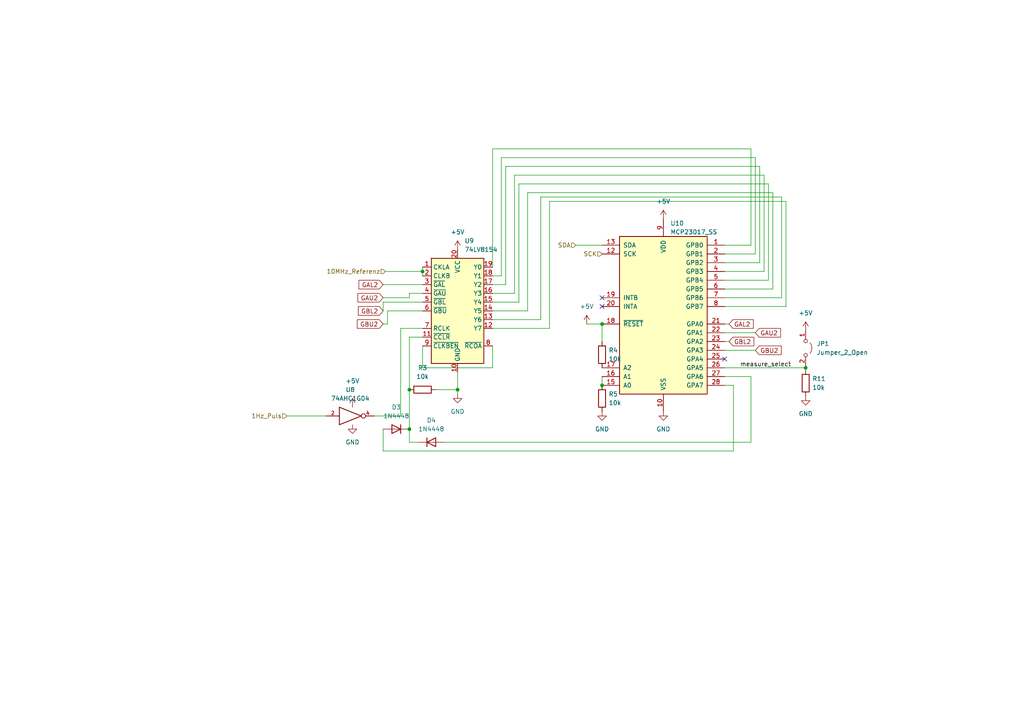
<source format=kicad_sch>
(kicad_sch (version 20211123) (generator eeschema)

  (uuid 710b7390-0cdb-4928-af8d-6ddff45d1711)

  (paper "A4")

  (lib_symbols
    (symbol "74xGxx:74AHC1G04" (pin_names (offset 1.016)) (in_bom yes) (on_board yes)
      (property "Reference" "U" (id 0) (at -2.54 3.81 0)
        (effects (font (size 1.27 1.27)))
      )
      (property "Value" "74AHC1G04" (id 1) (at 0 -3.81 0)
        (effects (font (size 1.27 1.27)))
      )
      (property "Footprint" "" (id 2) (at 0 0 0)
        (effects (font (size 1.27 1.27)) hide)
      )
      (property "Datasheet" "http://www.ti.com/lit/sg/scyt129e/scyt129e.pdf" (id 3) (at 0 0 0)
        (effects (font (size 1.27 1.27)) hide)
      )
      (property "ki_keywords" "Single Gate NOT LVC CMOS" (id 4) (at 0 0 0)
        (effects (font (size 1.27 1.27)) hide)
      )
      (property "ki_description" "Single NOT Gate, Low-Voltage CMOS" (id 5) (at 0 0 0)
        (effects (font (size 1.27 1.27)) hide)
      )
      (property "ki_fp_filters" "SOT* SG-*" (id 6) (at 0 0 0)
        (effects (font (size 1.27 1.27)) hide)
      )
      (symbol "74AHC1G04_0_1"
        (polyline
          (pts
            (xy -3.81 2.54)
            (xy -3.81 -2.54)
            (xy 2.54 0)
            (xy -3.81 2.54)
          )
          (stroke (width 0.254) (type default) (color 0 0 0 0))
          (fill (type none))
        )
      )
      (symbol "74AHC1G04_1_1"
        (pin input line (at -7.62 0 0) (length 3.81)
          (name "~" (effects (font (size 1.016 1.016))))
          (number "2" (effects (font (size 1.016 1.016))))
        )
        (pin power_in line (at 0 -2.54 270) (length 0) hide
          (name "GND" (effects (font (size 1.016 1.016))))
          (number "3" (effects (font (size 1.016 1.016))))
        )
        (pin output inverted (at 6.35 0 180) (length 3.81)
          (name "~" (effects (font (size 1.016 1.016))))
          (number "4" (effects (font (size 1.016 1.016))))
        )
        (pin power_in line (at 0 2.54 90) (length 0) hide
          (name "VCC" (effects (font (size 1.016 1.016))))
          (number "5" (effects (font (size 1.016 1.016))))
        )
      )
    )
    (symbol "74xx:74LV8154" (in_bom yes) (on_board yes)
      (property "Reference" "U" (id 0) (at -6.35 16.51 0)
        (effects (font (size 1.27 1.27)))
      )
      (property "Value" "74LV8154" (id 1) (at 6.35 16.51 0)
        (effects (font (size 1.27 1.27)))
      )
      (property "Footprint" "" (id 2) (at -6.35 16.51 0)
        (effects (font (size 1.27 1.27)) hide)
      )
      (property "Datasheet" "http://www.ti.com/lit/ds/symlink/sn74lv8154.pdf" (id 3) (at -6.35 16.51 0)
        (effects (font (size 1.27 1.27)) hide)
      )
      (property "ki_keywords" "counter binary" (id 4) (at 0 0 0)
        (effects (font (size 1.27 1.27)) hide)
      )
      (property "ki_description" "Dual 16-bit binary counter" (id 5) (at 0 0 0)
        (effects (font (size 1.27 1.27)) hide)
      )
      (property "ki_fp_filters" "TSSOP*4.4x6.5mm*P0.65mm* DIP*W7.62mm*" (id 6) (at 0 0 0)
        (effects (font (size 1.27 1.27)) hide)
      )
      (symbol "74LV8154_0_1"
        (rectangle (start -7.62 15.24) (end 7.62 -15.24)
          (stroke (width 0.254) (type default) (color 0 0 0 0))
          (fill (type background))
        )
      )
      (symbol "74LV8154_1_1"
        (pin input line (at -10.16 12.7 0) (length 2.54)
          (name "CKLA" (effects (font (size 1.27 1.27))))
          (number "1" (effects (font (size 1.27 1.27))))
        )
        (pin power_in line (at 0 -17.78 90) (length 2.54)
          (name "GND" (effects (font (size 1.27 1.27))))
          (number "10" (effects (font (size 1.27 1.27))))
        )
        (pin input line (at -10.16 -7.62 0) (length 2.54)
          (name "~{CCLR}" (effects (font (size 1.27 1.27))))
          (number "11" (effects (font (size 1.27 1.27))))
        )
        (pin output line (at 10.16 -5.08 180) (length 2.54)
          (name "Y7" (effects (font (size 1.27 1.27))))
          (number "12" (effects (font (size 1.27 1.27))))
        )
        (pin output line (at 10.16 -2.54 180) (length 2.54)
          (name "Y6" (effects (font (size 1.27 1.27))))
          (number "13" (effects (font (size 1.27 1.27))))
        )
        (pin output line (at 10.16 0 180) (length 2.54)
          (name "Y5" (effects (font (size 1.27 1.27))))
          (number "14" (effects (font (size 1.27 1.27))))
        )
        (pin output line (at 10.16 2.54 180) (length 2.54)
          (name "Y4" (effects (font (size 1.27 1.27))))
          (number "15" (effects (font (size 1.27 1.27))))
        )
        (pin output line (at 10.16 5.08 180) (length 2.54)
          (name "Y3" (effects (font (size 1.27 1.27))))
          (number "16" (effects (font (size 1.27 1.27))))
        )
        (pin output line (at 10.16 7.62 180) (length 2.54)
          (name "Y2" (effects (font (size 1.27 1.27))))
          (number "17" (effects (font (size 1.27 1.27))))
        )
        (pin output line (at 10.16 10.16 180) (length 2.54)
          (name "Y1" (effects (font (size 1.27 1.27))))
          (number "18" (effects (font (size 1.27 1.27))))
        )
        (pin output line (at 10.16 12.7 180) (length 2.54)
          (name "Y0" (effects (font (size 1.27 1.27))))
          (number "19" (effects (font (size 1.27 1.27))))
        )
        (pin input line (at -10.16 10.16 0) (length 2.54)
          (name "CLKB" (effects (font (size 1.27 1.27))))
          (number "2" (effects (font (size 1.27 1.27))))
        )
        (pin power_in line (at 0 17.78 270) (length 2.54)
          (name "VCC" (effects (font (size 1.27 1.27))))
          (number "20" (effects (font (size 1.27 1.27))))
        )
        (pin input line (at -10.16 7.62 0) (length 2.54)
          (name "~{GAL}" (effects (font (size 1.27 1.27))))
          (number "3" (effects (font (size 1.27 1.27))))
        )
        (pin input line (at -10.16 5.08 0) (length 2.54)
          (name "~{GAU}" (effects (font (size 1.27 1.27))))
          (number "4" (effects (font (size 1.27 1.27))))
        )
        (pin input line (at -10.16 2.54 0) (length 2.54)
          (name "~{GBL}" (effects (font (size 1.27 1.27))))
          (number "5" (effects (font (size 1.27 1.27))))
        )
        (pin input line (at -10.16 0 0) (length 2.54)
          (name "~{GBU}" (effects (font (size 1.27 1.27))))
          (number "6" (effects (font (size 1.27 1.27))))
        )
        (pin input line (at -10.16 -5.08 0) (length 2.54)
          (name "RCLK" (effects (font (size 1.27 1.27))))
          (number "7" (effects (font (size 1.27 1.27))))
        )
        (pin output line (at 10.16 -10.16 180) (length 2.54)
          (name "~{RCOA}" (effects (font (size 1.27 1.27))))
          (number "8" (effects (font (size 1.27 1.27))))
        )
        (pin input line (at -10.16 -10.16 0) (length 2.54)
          (name "~{CLKBEN}" (effects (font (size 1.27 1.27))))
          (number "9" (effects (font (size 1.27 1.27))))
        )
      )
    )
    (symbol "Device:R" (pin_numbers hide) (pin_names (offset 0)) (in_bom yes) (on_board yes)
      (property "Reference" "R" (id 0) (at 2.032 0 90)
        (effects (font (size 1.27 1.27)))
      )
      (property "Value" "R" (id 1) (at 0 0 90)
        (effects (font (size 1.27 1.27)))
      )
      (property "Footprint" "" (id 2) (at -1.778 0 90)
        (effects (font (size 1.27 1.27)) hide)
      )
      (property "Datasheet" "~" (id 3) (at 0 0 0)
        (effects (font (size 1.27 1.27)) hide)
      )
      (property "ki_keywords" "R res resistor" (id 4) (at 0 0 0)
        (effects (font (size 1.27 1.27)) hide)
      )
      (property "ki_description" "Resistor" (id 5) (at 0 0 0)
        (effects (font (size 1.27 1.27)) hide)
      )
      (property "ki_fp_filters" "R_*" (id 6) (at 0 0 0)
        (effects (font (size 1.27 1.27)) hide)
      )
      (symbol "R_0_1"
        (rectangle (start -1.016 -2.54) (end 1.016 2.54)
          (stroke (width 0.254) (type default) (color 0 0 0 0))
          (fill (type none))
        )
      )
      (symbol "R_1_1"
        (pin passive line (at 0 3.81 270) (length 1.27)
          (name "~" (effects (font (size 1.27 1.27))))
          (number "1" (effects (font (size 1.27 1.27))))
        )
        (pin passive line (at 0 -3.81 90) (length 1.27)
          (name "~" (effects (font (size 1.27 1.27))))
          (number "2" (effects (font (size 1.27 1.27))))
        )
      )
    )
    (symbol "Diode:1N4448" (pin_numbers hide) (pin_names (offset 1.016) hide) (in_bom yes) (on_board yes)
      (property "Reference" "D" (id 0) (at 0 2.54 0)
        (effects (font (size 1.27 1.27)))
      )
      (property "Value" "1N4448" (id 1) (at 0 -2.54 0)
        (effects (font (size 1.27 1.27)))
      )
      (property "Footprint" "Diode_THT:D_DO-35_SOD27_P7.62mm_Horizontal" (id 2) (at 0 -4.445 0)
        (effects (font (size 1.27 1.27)) hide)
      )
      (property "Datasheet" "https://assets.nexperia.com/documents/data-sheet/1N4148_1N4448.pdf" (id 3) (at 0 0 0)
        (effects (font (size 1.27 1.27)) hide)
      )
      (property "ki_keywords" "diode" (id 4) (at 0 0 0)
        (effects (font (size 1.27 1.27)) hide)
      )
      (property "ki_description" "100V 0.15A High-speed standard diode, DO-35" (id 5) (at 0 0 0)
        (effects (font (size 1.27 1.27)) hide)
      )
      (property "ki_fp_filters" "D*DO?35*" (id 6) (at 0 0 0)
        (effects (font (size 1.27 1.27)) hide)
      )
      (symbol "1N4448_0_1"
        (polyline
          (pts
            (xy -1.27 1.27)
            (xy -1.27 -1.27)
          )
          (stroke (width 0.254) (type default) (color 0 0 0 0))
          (fill (type none))
        )
        (polyline
          (pts
            (xy 1.27 0)
            (xy -1.27 0)
          )
          (stroke (width 0) (type default) (color 0 0 0 0))
          (fill (type none))
        )
        (polyline
          (pts
            (xy 1.27 1.27)
            (xy 1.27 -1.27)
            (xy -1.27 0)
            (xy 1.27 1.27)
          )
          (stroke (width 0.254) (type default) (color 0 0 0 0))
          (fill (type none))
        )
      )
      (symbol "1N4448_1_1"
        (pin passive line (at -3.81 0 0) (length 2.54)
          (name "K" (effects (font (size 1.27 1.27))))
          (number "1" (effects (font (size 1.27 1.27))))
        )
        (pin passive line (at 3.81 0 180) (length 2.54)
          (name "A" (effects (font (size 1.27 1.27))))
          (number "2" (effects (font (size 1.27 1.27))))
        )
      )
    )
    (symbol "Interface_Expansion:MCP23017_SS" (pin_names (offset 1.016)) (in_bom yes) (on_board yes)
      (property "Reference" "U" (id 0) (at -11.43 24.13 0)
        (effects (font (size 1.27 1.27)))
      )
      (property "Value" "MCP23017_SS" (id 1) (at 0 0 0)
        (effects (font (size 1.27 1.27)))
      )
      (property "Footprint" "Package_SO:SSOP-28_5.3x10.2mm_P0.65mm" (id 2) (at 5.08 -25.4 0)
        (effects (font (size 1.27 1.27)) (justify left) hide)
      )
      (property "Datasheet" "http://ww1.microchip.com/downloads/en/DeviceDoc/20001952C.pdf" (id 3) (at 5.08 -27.94 0)
        (effects (font (size 1.27 1.27)) (justify left) hide)
      )
      (property "ki_keywords" "I2C parallel port expander" (id 4) (at 0 0 0)
        (effects (font (size 1.27 1.27)) hide)
      )
      (property "ki_description" "16-bit I/O expander, I2C, interrupts, w pull-ups, SSOP-28" (id 5) (at 0 0 0)
        (effects (font (size 1.27 1.27)) hide)
      )
      (property "ki_fp_filters" "SSOP*5.3x10.2mm*P0.65mm*" (id 6) (at 0 0 0)
        (effects (font (size 1.27 1.27)) hide)
      )
      (symbol "MCP23017_SS_0_1"
        (rectangle (start -12.7 22.86) (end 12.7 -22.86)
          (stroke (width 0.254) (type default) (color 0 0 0 0))
          (fill (type background))
        )
      )
      (symbol "MCP23017_SS_1_1"
        (pin bidirectional line (at 17.78 20.32 180) (length 5.08)
          (name "GPB0" (effects (font (size 1.27 1.27))))
          (number "1" (effects (font (size 1.27 1.27))))
        )
        (pin power_in line (at 0 -27.94 90) (length 5.08)
          (name "VSS" (effects (font (size 1.27 1.27))))
          (number "10" (effects (font (size 1.27 1.27))))
        )
        (pin no_connect line (at -12.7 15.24 0) (length 5.08) hide
          (name "NC" (effects (font (size 1.27 1.27))))
          (number "11" (effects (font (size 1.27 1.27))))
        )
        (pin input line (at -17.78 17.78 0) (length 5.08)
          (name "SCK" (effects (font (size 1.27 1.27))))
          (number "12" (effects (font (size 1.27 1.27))))
        )
        (pin bidirectional line (at -17.78 20.32 0) (length 5.08)
          (name "SDA" (effects (font (size 1.27 1.27))))
          (number "13" (effects (font (size 1.27 1.27))))
        )
        (pin no_connect line (at -12.7 12.7 0) (length 5.08) hide
          (name "NC" (effects (font (size 1.27 1.27))))
          (number "14" (effects (font (size 1.27 1.27))))
        )
        (pin input line (at -17.78 -20.32 0) (length 5.08)
          (name "A0" (effects (font (size 1.27 1.27))))
          (number "15" (effects (font (size 1.27 1.27))))
        )
        (pin input line (at -17.78 -17.78 0) (length 5.08)
          (name "A1" (effects (font (size 1.27 1.27))))
          (number "16" (effects (font (size 1.27 1.27))))
        )
        (pin input line (at -17.78 -15.24 0) (length 5.08)
          (name "A2" (effects (font (size 1.27 1.27))))
          (number "17" (effects (font (size 1.27 1.27))))
        )
        (pin input line (at -17.78 -2.54 0) (length 5.08)
          (name "~{RESET}" (effects (font (size 1.27 1.27))))
          (number "18" (effects (font (size 1.27 1.27))))
        )
        (pin tri_state line (at -17.78 5.08 0) (length 5.08)
          (name "INTB" (effects (font (size 1.27 1.27))))
          (number "19" (effects (font (size 1.27 1.27))))
        )
        (pin bidirectional line (at 17.78 17.78 180) (length 5.08)
          (name "GPB1" (effects (font (size 1.27 1.27))))
          (number "2" (effects (font (size 1.27 1.27))))
        )
        (pin tri_state line (at -17.78 2.54 0) (length 5.08)
          (name "INTA" (effects (font (size 1.27 1.27))))
          (number "20" (effects (font (size 1.27 1.27))))
        )
        (pin bidirectional line (at 17.78 -2.54 180) (length 5.08)
          (name "GPA0" (effects (font (size 1.27 1.27))))
          (number "21" (effects (font (size 1.27 1.27))))
        )
        (pin bidirectional line (at 17.78 -5.08 180) (length 5.08)
          (name "GPA1" (effects (font (size 1.27 1.27))))
          (number "22" (effects (font (size 1.27 1.27))))
        )
        (pin bidirectional line (at 17.78 -7.62 180) (length 5.08)
          (name "GPA2" (effects (font (size 1.27 1.27))))
          (number "23" (effects (font (size 1.27 1.27))))
        )
        (pin bidirectional line (at 17.78 -10.16 180) (length 5.08)
          (name "GPA3" (effects (font (size 1.27 1.27))))
          (number "24" (effects (font (size 1.27 1.27))))
        )
        (pin bidirectional line (at 17.78 -12.7 180) (length 5.08)
          (name "GPA4" (effects (font (size 1.27 1.27))))
          (number "25" (effects (font (size 1.27 1.27))))
        )
        (pin bidirectional line (at 17.78 -15.24 180) (length 5.08)
          (name "GPA5" (effects (font (size 1.27 1.27))))
          (number "26" (effects (font (size 1.27 1.27))))
        )
        (pin bidirectional line (at 17.78 -17.78 180) (length 5.08)
          (name "GPA6" (effects (font (size 1.27 1.27))))
          (number "27" (effects (font (size 1.27 1.27))))
        )
        (pin bidirectional line (at 17.78 -20.32 180) (length 5.08)
          (name "GPA7" (effects (font (size 1.27 1.27))))
          (number "28" (effects (font (size 1.27 1.27))))
        )
        (pin bidirectional line (at 17.78 15.24 180) (length 5.08)
          (name "GPB2" (effects (font (size 1.27 1.27))))
          (number "3" (effects (font (size 1.27 1.27))))
        )
        (pin bidirectional line (at 17.78 12.7 180) (length 5.08)
          (name "GPB3" (effects (font (size 1.27 1.27))))
          (number "4" (effects (font (size 1.27 1.27))))
        )
        (pin bidirectional line (at 17.78 10.16 180) (length 5.08)
          (name "GPB4" (effects (font (size 1.27 1.27))))
          (number "5" (effects (font (size 1.27 1.27))))
        )
        (pin bidirectional line (at 17.78 7.62 180) (length 5.08)
          (name "GPB5" (effects (font (size 1.27 1.27))))
          (number "6" (effects (font (size 1.27 1.27))))
        )
        (pin bidirectional line (at 17.78 5.08 180) (length 5.08)
          (name "GPB6" (effects (font (size 1.27 1.27))))
          (number "7" (effects (font (size 1.27 1.27))))
        )
        (pin bidirectional line (at 17.78 2.54 180) (length 5.08)
          (name "GPB7" (effects (font (size 1.27 1.27))))
          (number "8" (effects (font (size 1.27 1.27))))
        )
        (pin power_in line (at 0 27.94 270) (length 5.08)
          (name "VDD" (effects (font (size 1.27 1.27))))
          (number "9" (effects (font (size 1.27 1.27))))
        )
      )
    )
    (symbol "Jumper:Jumper_2_Open" (pin_names (offset 0) hide) (in_bom yes) (on_board yes)
      (property "Reference" "JP" (id 0) (at 0 2.794 0)
        (effects (font (size 1.27 1.27)))
      )
      (property "Value" "Jumper_2_Open" (id 1) (at 0 -2.286 0)
        (effects (font (size 1.27 1.27)))
      )
      (property "Footprint" "" (id 2) (at 0 0 0)
        (effects (font (size 1.27 1.27)) hide)
      )
      (property "Datasheet" "~" (id 3) (at 0 0 0)
        (effects (font (size 1.27 1.27)) hide)
      )
      (property "ki_keywords" "Jumper SPST" (id 4) (at 0 0 0)
        (effects (font (size 1.27 1.27)) hide)
      )
      (property "ki_description" "Jumper, 2-pole, open" (id 5) (at 0 0 0)
        (effects (font (size 1.27 1.27)) hide)
      )
      (property "ki_fp_filters" "Jumper* TestPoint*2Pads* TestPoint*Bridge*" (id 6) (at 0 0 0)
        (effects (font (size 1.27 1.27)) hide)
      )
      (symbol "Jumper_2_Open_0_0"
        (circle (center -2.032 0) (radius 0.508)
          (stroke (width 0) (type default) (color 0 0 0 0))
          (fill (type none))
        )
        (circle (center 2.032 0) (radius 0.508)
          (stroke (width 0) (type default) (color 0 0 0 0))
          (fill (type none))
        )
      )
      (symbol "Jumper_2_Open_0_1"
        (arc (start 1.524 1.27) (mid 0 1.778) (end -1.524 1.27)
          (stroke (width 0) (type default) (color 0 0 0 0))
          (fill (type none))
        )
      )
      (symbol "Jumper_2_Open_1_1"
        (pin passive line (at -5.08 0 0) (length 2.54)
          (name "A" (effects (font (size 1.27 1.27))))
          (number "1" (effects (font (size 1.27 1.27))))
        )
        (pin passive line (at 5.08 0 180) (length 2.54)
          (name "B" (effects (font (size 1.27 1.27))))
          (number "2" (effects (font (size 1.27 1.27))))
        )
      )
    )
    (symbol "power:+5V" (power) (pin_names (offset 0)) (in_bom yes) (on_board yes)
      (property "Reference" "#PWR" (id 0) (at 0 -3.81 0)
        (effects (font (size 1.27 1.27)) hide)
      )
      (property "Value" "+5V" (id 1) (at 0 3.556 0)
        (effects (font (size 1.27 1.27)))
      )
      (property "Footprint" "" (id 2) (at 0 0 0)
        (effects (font (size 1.27 1.27)) hide)
      )
      (property "Datasheet" "" (id 3) (at 0 0 0)
        (effects (font (size 1.27 1.27)) hide)
      )
      (property "ki_keywords" "power-flag" (id 4) (at 0 0 0)
        (effects (font (size 1.27 1.27)) hide)
      )
      (property "ki_description" "Power symbol creates a global label with name \"+5V\"" (id 5) (at 0 0 0)
        (effects (font (size 1.27 1.27)) hide)
      )
      (symbol "+5V_0_1"
        (polyline
          (pts
            (xy -0.762 1.27)
            (xy 0 2.54)
          )
          (stroke (width 0) (type default) (color 0 0 0 0))
          (fill (type none))
        )
        (polyline
          (pts
            (xy 0 0)
            (xy 0 2.54)
          )
          (stroke (width 0) (type default) (color 0 0 0 0))
          (fill (type none))
        )
        (polyline
          (pts
            (xy 0 2.54)
            (xy 0.762 1.27)
          )
          (stroke (width 0) (type default) (color 0 0 0 0))
          (fill (type none))
        )
      )
      (symbol "+5V_1_1"
        (pin power_in line (at 0 0 90) (length 0) hide
          (name "+5V" (effects (font (size 1.27 1.27))))
          (number "1" (effects (font (size 1.27 1.27))))
        )
      )
    )
    (symbol "power:GND" (power) (pin_names (offset 0)) (in_bom yes) (on_board yes)
      (property "Reference" "#PWR" (id 0) (at 0 -6.35 0)
        (effects (font (size 1.27 1.27)) hide)
      )
      (property "Value" "GND" (id 1) (at 0 -3.81 0)
        (effects (font (size 1.27 1.27)))
      )
      (property "Footprint" "" (id 2) (at 0 0 0)
        (effects (font (size 1.27 1.27)) hide)
      )
      (property "Datasheet" "" (id 3) (at 0 0 0)
        (effects (font (size 1.27 1.27)) hide)
      )
      (property "ki_keywords" "power-flag" (id 4) (at 0 0 0)
        (effects (font (size 1.27 1.27)) hide)
      )
      (property "ki_description" "Power symbol creates a global label with name \"GND\" , ground" (id 5) (at 0 0 0)
        (effects (font (size 1.27 1.27)) hide)
      )
      (symbol "GND_0_1"
        (polyline
          (pts
            (xy 0 0)
            (xy 0 -1.27)
            (xy 1.27 -1.27)
            (xy 0 -2.54)
            (xy -1.27 -1.27)
            (xy 0 -1.27)
          )
          (stroke (width 0) (type default) (color 0 0 0 0))
          (fill (type none))
        )
      )
      (symbol "GND_1_1"
        (pin power_in line (at 0 0 270) (length 0) hide
          (name "GND" (effects (font (size 1.27 1.27))))
          (number "1" (effects (font (size 1.27 1.27))))
        )
      )
    )
  )

  (junction (at 118.745 113.03) (diameter 0) (color 0 0 0 0)
    (uuid 0d68dffd-1928-4e0b-a43a-dce54b06d065)
  )
  (junction (at 174.625 111.76) (diameter 0) (color 0 0 0 0)
    (uuid 23547514-ea9a-445d-8c59-cca02fc59b1d)
  )
  (junction (at 174.625 93.98) (diameter 0) (color 0 0 0 0)
    (uuid 2465249d-e5c5-458a-a611-5e782abdf526)
  )
  (junction (at 233.68 106.68) (diameter 0) (color 0 0 0 0)
    (uuid 3ee93ce6-0d56-4227-b0de-31c7c8b2871d)
  )
  (junction (at 132.715 113.03) (diameter 0) (color 0 0 0 0)
    (uuid 5eed58cd-8e32-425d-b4ff-26634e4785f7)
  )
  (junction (at 122.555 78.74) (diameter 0) (color 0 0 0 0)
    (uuid 70b640a5-4da5-4b18-be78-55efc89e9d08)
  )
  (junction (at 118.745 124.46) (diameter 0) (color 0 0 0 0)
    (uuid ed548ed0-358f-47d5-88ad-9aed2a2a1e81)
  )

  (no_connect (at 174.625 88.9) (uuid a9d1cb1f-739e-4c7b-bfa0-c58a21f5e29f))
  (no_connect (at 174.625 86.36) (uuid b7067f07-8945-4b98-8ba8-3a3de34f5a90))
  (no_connect (at 210.185 104.14) (uuid fc19717f-feb9-4041-afdc-4eb1091fe144))

  (wire (pts (xy 210.185 101.6) (xy 219.075 101.6))
    (stroke (width 0) (type default) (color 0 0 0 0))
    (uuid 010f2202-84b1-4cf1-a750-e770d1b809db)
  )
  (wire (pts (xy 118.745 113.03) (xy 118.745 124.46))
    (stroke (width 0) (type default) (color 0 0 0 0))
    (uuid 04300ab3-f341-43d3-85b2-56da3fba1356)
  )
  (wire (pts (xy 142.875 106.68) (xy 142.875 100.33))
    (stroke (width 0) (type default) (color 0 0 0 0))
    (uuid 06c93bc9-71eb-485a-93bc-2c4c3776717f)
  )
  (wire (pts (xy 219.075 45.72) (xy 219.075 73.66))
    (stroke (width 0) (type default) (color 0 0 0 0))
    (uuid 075e60fb-cb19-4aa8-8205-ccfe4a3536b4)
  )
  (wire (pts (xy 159.385 95.25) (xy 159.385 58.42))
    (stroke (width 0) (type default) (color 0 0 0 0))
    (uuid 08c096e8-f3d0-4ff2-a3ee-e0924deeb06c)
  )
  (wire (pts (xy 210.185 81.28) (xy 222.885 81.28))
    (stroke (width 0) (type default) (color 0 0 0 0))
    (uuid 0b8b8510-2f8e-4634-965d-8f69cf03ff26)
  )
  (wire (pts (xy 210.185 76.2) (xy 220.345 76.2))
    (stroke (width 0) (type default) (color 0 0 0 0))
    (uuid 0c70d26c-ee2f-48f3-82e6-bd52de07c4e9)
  )
  (wire (pts (xy 122.555 87.63) (xy 111.125 87.63))
    (stroke (width 0) (type default) (color 0 0 0 0))
    (uuid 0ce8ccb8-d5ae-4ee9-94f6-79dc0c1db196)
  )
  (wire (pts (xy 142.875 77.47) (xy 142.875 43.18))
    (stroke (width 0) (type default) (color 0 0 0 0))
    (uuid 0eb967b8-ab67-49d7-97c8-b4dc6602509c)
  )
  (wire (pts (xy 210.185 93.98) (xy 211.455 93.98))
    (stroke (width 0) (type default) (color 0 0 0 0))
    (uuid 1561b8d6-0b24-42a2-a3f4-7464400b99fd)
  )
  (wire (pts (xy 149.225 85.09) (xy 149.225 50.8))
    (stroke (width 0) (type default) (color 0 0 0 0))
    (uuid 1610a2f1-c679-43fa-bbb2-3688b19007ea)
  )
  (wire (pts (xy 132.715 113.03) (xy 132.715 114.3))
    (stroke (width 0) (type default) (color 0 0 0 0))
    (uuid 168073ea-d2a8-4b26-8d0d-bb0b2c4a6d34)
  )
  (wire (pts (xy 108.585 120.65) (xy 116.205 120.65))
    (stroke (width 0) (type default) (color 0 0 0 0))
    (uuid 1706d937-477f-4c75-89d6-41bb75e54886)
  )
  (wire (pts (xy 122.555 100.33) (xy 122.555 106.68))
    (stroke (width 0) (type default) (color 0 0 0 0))
    (uuid 1a34c318-39af-40ba-9fcf-853811a2e1ce)
  )
  (wire (pts (xy 156.845 57.15) (xy 226.695 57.15))
    (stroke (width 0) (type default) (color 0 0 0 0))
    (uuid 1ce5dda9-4662-455c-8510-855b299b442f)
  )
  (wire (pts (xy 170.18 93.98) (xy 174.625 93.98))
    (stroke (width 0) (type default) (color 0 0 0 0))
    (uuid 1e54afbd-ae5c-4f12-9c0a-fd399a7a59cb)
  )
  (wire (pts (xy 111.125 87.63) (xy 111.125 90.17))
    (stroke (width 0) (type default) (color 0 0 0 0))
    (uuid 1f2b7c5d-e1cf-4502-999a-2f6f57c12e19)
  )
  (wire (pts (xy 118.745 97.79) (xy 118.745 113.03))
    (stroke (width 0) (type default) (color 0 0 0 0))
    (uuid 24f45ce2-1e66-48cb-840e-59ddf80c52f8)
  )
  (wire (pts (xy 153.035 90.17) (xy 142.875 90.17))
    (stroke (width 0) (type default) (color 0 0 0 0))
    (uuid 2a95e8ea-ce98-4515-adf7-e63967fa9c6f)
  )
  (wire (pts (xy 149.225 85.09) (xy 142.875 85.09))
    (stroke (width 0) (type default) (color 0 0 0 0))
    (uuid 2cb0821c-d234-4b52-b07b-7314419bede1)
  )
  (wire (pts (xy 111.125 86.36) (xy 118.745 86.36))
    (stroke (width 0) (type default) (color 0 0 0 0))
    (uuid 2fcefe3b-e3d7-4ae7-9dc9-c844d5a64010)
  )
  (wire (pts (xy 122.555 77.47) (xy 122.555 78.74))
    (stroke (width 0) (type default) (color 0 0 0 0))
    (uuid 38f5738f-fc1b-448b-b70a-2c88b2024f31)
  )
  (wire (pts (xy 118.745 124.46) (xy 118.745 128.27))
    (stroke (width 0) (type default) (color 0 0 0 0))
    (uuid 395d177d-cb22-4cd1-87a7-bd76eca32643)
  )
  (wire (pts (xy 111.125 130.81) (xy 212.725 130.81))
    (stroke (width 0) (type default) (color 0 0 0 0))
    (uuid 3c0db78c-fa18-4d2d-90b1-90f40f4e2e44)
  )
  (wire (pts (xy 156.845 92.71) (xy 156.845 57.15))
    (stroke (width 0) (type default) (color 0 0 0 0))
    (uuid 3eae81c8-beb0-4b88-bde7-64a81c4977bf)
  )
  (wire (pts (xy 142.875 43.18) (xy 217.805 43.18))
    (stroke (width 0) (type default) (color 0 0 0 0))
    (uuid 3f3e27ef-2a91-4492-91fe-23927c3a1463)
  )
  (wire (pts (xy 159.385 58.42) (xy 227.965 58.42))
    (stroke (width 0) (type default) (color 0 0 0 0))
    (uuid 407d51c7-5bf2-439a-bc20-b22c81711109)
  )
  (wire (pts (xy 227.965 88.9) (xy 210.185 88.9))
    (stroke (width 0) (type default) (color 0 0 0 0))
    (uuid 429fa728-7d3c-4d15-98dd-132864fb29c3)
  )
  (wire (pts (xy 210.185 99.06) (xy 211.455 99.06))
    (stroke (width 0) (type default) (color 0 0 0 0))
    (uuid 43dc1696-a143-45ab-9c8d-ab000b677330)
  )
  (wire (pts (xy 116.205 95.25) (xy 122.555 95.25))
    (stroke (width 0) (type default) (color 0 0 0 0))
    (uuid 47b7f0a5-e966-4b77-844d-244e08173f33)
  )
  (wire (pts (xy 142.875 92.71) (xy 156.845 92.71))
    (stroke (width 0) (type default) (color 0 0 0 0))
    (uuid 4fabcbe1-cbb7-41b0-9bc5-4c71196d7912)
  )
  (wire (pts (xy 210.185 83.82) (xy 224.155 83.82))
    (stroke (width 0) (type default) (color 0 0 0 0))
    (uuid 50bac75c-5d93-40e3-9fb2-e97a15475183)
  )
  (wire (pts (xy 142.875 95.25) (xy 159.385 95.25))
    (stroke (width 0) (type default) (color 0 0 0 0))
    (uuid 547d69e4-a2c2-4d37-8e7b-5c83121bffba)
  )
  (wire (pts (xy 226.695 86.36) (xy 210.185 86.36))
    (stroke (width 0) (type default) (color 0 0 0 0))
    (uuid 554ba666-06b6-4876-a2b3-a6483fb2bfb7)
  )
  (wire (pts (xy 174.625 93.98) (xy 174.625 99.06))
    (stroke (width 0) (type default) (color 0 0 0 0))
    (uuid 5985d9fd-50b1-4065-b8ef-337e242a227c)
  )
  (wire (pts (xy 153.035 90.17) (xy 153.035 55.88))
    (stroke (width 0) (type default) (color 0 0 0 0))
    (uuid 5aedc297-808e-471f-a362-5621605cab1d)
  )
  (wire (pts (xy 222.885 53.34) (xy 222.885 81.28))
    (stroke (width 0) (type default) (color 0 0 0 0))
    (uuid 5dce2337-492d-4d24-bc5a-5432978afe6e)
  )
  (wire (pts (xy 217.805 128.27) (xy 217.805 109.22))
    (stroke (width 0) (type default) (color 0 0 0 0))
    (uuid 6ae55d0b-0594-4210-a73d-82f526917414)
  )
  (wire (pts (xy 112.395 93.98) (xy 112.395 90.17))
    (stroke (width 0) (type default) (color 0 0 0 0))
    (uuid 6c9bf084-9fc6-493e-b42f-a4e0cb3071b5)
  )
  (wire (pts (xy 217.805 109.22) (xy 210.185 109.22))
    (stroke (width 0) (type default) (color 0 0 0 0))
    (uuid 6ce55d1a-a5bb-4ea4-b69a-5049ccc4697e)
  )
  (wire (pts (xy 132.715 107.95) (xy 132.715 113.03))
    (stroke (width 0) (type default) (color 0 0 0 0))
    (uuid 6e805f97-be32-416f-8f7e-169abffc267c)
  )
  (wire (pts (xy 210.185 96.52) (xy 219.075 96.52))
    (stroke (width 0) (type default) (color 0 0 0 0))
    (uuid 725fcde8-ae09-46b1-8b1b-7cf809e76b2c)
  )
  (wire (pts (xy 146.685 48.26) (xy 220.345 48.26))
    (stroke (width 0) (type default) (color 0 0 0 0))
    (uuid 7d8fc128-ff26-42ae-8aad-f892b93582b0)
  )
  (wire (pts (xy 233.68 107.315) (xy 233.68 106.68))
    (stroke (width 0) (type default) (color 0 0 0 0))
    (uuid 7e25848f-79d3-4e00-85ae-61bc18a17d83)
  )
  (wire (pts (xy 111.125 82.55) (xy 122.555 82.55))
    (stroke (width 0) (type default) (color 0 0 0 0))
    (uuid 7f26d73e-08bc-4d54-ab51-976cadda7733)
  )
  (wire (pts (xy 111.125 124.46) (xy 111.125 130.81))
    (stroke (width 0) (type default) (color 0 0 0 0))
    (uuid 82fa3ae0-c444-4533-a77e-195045695271)
  )
  (wire (pts (xy 224.155 55.88) (xy 224.155 83.82))
    (stroke (width 0) (type default) (color 0 0 0 0))
    (uuid 8554482d-6a71-47cc-9f40-7ec4821f9167)
  )
  (wire (pts (xy 212.725 130.81) (xy 212.725 111.76))
    (stroke (width 0) (type default) (color 0 0 0 0))
    (uuid 960b8c7a-e2fd-4557-8d2b-379a31b0327e)
  )
  (wire (pts (xy 122.555 78.74) (xy 122.555 80.01))
    (stroke (width 0) (type default) (color 0 0 0 0))
    (uuid 98903d56-2151-4822-88b9-dddfda5c03c7)
  )
  (wire (pts (xy 217.805 43.18) (xy 217.805 71.12))
    (stroke (width 0) (type default) (color 0 0 0 0))
    (uuid 9a7d1f0c-5288-420d-960e-0d5b86d221ca)
  )
  (wire (pts (xy 150.495 87.63) (xy 150.495 53.34))
    (stroke (width 0) (type default) (color 0 0 0 0))
    (uuid 9d7a962e-18e4-4ec3-8f97-d592d7ed86d3)
  )
  (wire (pts (xy 128.905 128.27) (xy 217.805 128.27))
    (stroke (width 0) (type default) (color 0 0 0 0))
    (uuid 9e66be73-100a-498f-a256-734d31c5c462)
  )
  (wire (pts (xy 221.615 50.8) (xy 221.615 78.74))
    (stroke (width 0) (type default) (color 0 0 0 0))
    (uuid 9fcd5752-1af8-412d-a3a6-6944806c9955)
  )
  (wire (pts (xy 142.875 82.55) (xy 146.685 82.55))
    (stroke (width 0) (type default) (color 0 0 0 0))
    (uuid a0df13f5-f66f-48ee-900f-bbcbd188ea49)
  )
  (wire (pts (xy 153.035 55.88) (xy 224.155 55.88))
    (stroke (width 0) (type default) (color 0 0 0 0))
    (uuid a6f6fdc8-46bc-4aac-8c90-61c049df939a)
  )
  (wire (pts (xy 210.185 78.74) (xy 221.615 78.74))
    (stroke (width 0) (type default) (color 0 0 0 0))
    (uuid a73a8b35-a3b4-4686-92ee-38602e535e59)
  )
  (wire (pts (xy 118.745 86.36) (xy 118.745 85.09))
    (stroke (width 0) (type default) (color 0 0 0 0))
    (uuid abcd6159-4a58-4211-a3c7-1a4fe8d1cf0c)
  )
  (wire (pts (xy 142.875 87.63) (xy 150.495 87.63))
    (stroke (width 0) (type default) (color 0 0 0 0))
    (uuid b1727520-df7b-46fc-8a85-ea4f851a03db)
  )
  (wire (pts (xy 150.495 53.34) (xy 222.885 53.34))
    (stroke (width 0) (type default) (color 0 0 0 0))
    (uuid b4acd1f1-fb74-4e13-8a31-396ea9aa1f71)
  )
  (wire (pts (xy 210.185 106.68) (xy 233.68 106.68))
    (stroke (width 0) (type default) (color 0 0 0 0))
    (uuid b6b4047d-eec2-48b4-9d23-933752d97359)
  )
  (wire (pts (xy 111.76 78.74) (xy 122.555 78.74))
    (stroke (width 0) (type default) (color 0 0 0 0))
    (uuid bc7460ec-9cda-41b5-8373-274ecaec0250)
  )
  (wire (pts (xy 145.415 45.72) (xy 219.075 45.72))
    (stroke (width 0) (type default) (color 0 0 0 0))
    (uuid be871d56-06a7-40fa-ae14-63debb824550)
  )
  (wire (pts (xy 212.725 111.76) (xy 210.185 111.76))
    (stroke (width 0) (type default) (color 0 0 0 0))
    (uuid bef70665-f93a-41dc-b949-fbb92e1a8983)
  )
  (wire (pts (xy 122.555 106.68) (xy 142.875 106.68))
    (stroke (width 0) (type default) (color 0 0 0 0))
    (uuid c113d872-5550-4628-adf4-be21a5031085)
  )
  (wire (pts (xy 226.695 57.15) (xy 226.695 86.36))
    (stroke (width 0) (type default) (color 0 0 0 0))
    (uuid c2600c4a-54ee-4390-8564-a39c7f01dbcc)
  )
  (wire (pts (xy 126.365 113.03) (xy 132.715 113.03))
    (stroke (width 0) (type default) (color 0 0 0 0))
    (uuid c32debb5-a711-4e64-ab61-452016b56f5b)
  )
  (wire (pts (xy 149.225 50.8) (xy 221.615 50.8))
    (stroke (width 0) (type default) (color 0 0 0 0))
    (uuid c822eca0-6298-4ec8-be49-6a79c4fa5234)
  )
  (wire (pts (xy 116.205 120.65) (xy 116.205 95.25))
    (stroke (width 0) (type default) (color 0 0 0 0))
    (uuid cf5a1865-c7cc-4174-888d-ebca04272715)
  )
  (wire (pts (xy 118.745 85.09) (xy 122.555 85.09))
    (stroke (width 0) (type default) (color 0 0 0 0))
    (uuid d18cfa32-81c0-474c-8f67-719d5c63583d)
  )
  (wire (pts (xy 122.555 97.79) (xy 118.745 97.79))
    (stroke (width 0) (type default) (color 0 0 0 0))
    (uuid d2ae5f27-9ffb-4c38-b5ea-fcf351bc00b8)
  )
  (wire (pts (xy 233.68 106.68) (xy 233.68 106.045))
    (stroke (width 0) (type default) (color 0 0 0 0))
    (uuid d6a9cf49-8283-4728-b35a-04a9c001b5da)
  )
  (wire (pts (xy 83.185 120.65) (xy 94.615 120.65))
    (stroke (width 0) (type default) (color 0 0 0 0))
    (uuid d8be3a40-22d2-4b96-a989-ea15609f44d7)
  )
  (wire (pts (xy 112.395 90.17) (xy 122.555 90.17))
    (stroke (width 0) (type default) (color 0 0 0 0))
    (uuid da67eee1-ab48-482c-91ff-44920efeb932)
  )
  (wire (pts (xy 220.345 48.26) (xy 220.345 76.2))
    (stroke (width 0) (type default) (color 0 0 0 0))
    (uuid e28636db-c392-4af8-afe4-74dc8cc66d5c)
  )
  (wire (pts (xy 210.185 73.66) (xy 219.075 73.66))
    (stroke (width 0) (type default) (color 0 0 0 0))
    (uuid e324a63e-ab69-4b32-8efa-d622607cebe0)
  )
  (wire (pts (xy 174.625 109.22) (xy 174.625 111.76))
    (stroke (width 0) (type default) (color 0 0 0 0))
    (uuid e584fc30-121a-45ad-ab7b-11756f527a08)
  )
  (wire (pts (xy 227.965 58.42) (xy 227.965 88.9))
    (stroke (width 0) (type default) (color 0 0 0 0))
    (uuid e9afcc3b-0219-4348-8432-796720e73b97)
  )
  (wire (pts (xy 118.745 128.27) (xy 121.285 128.27))
    (stroke (width 0) (type default) (color 0 0 0 0))
    (uuid eaaa57ec-3026-4958-972b-7b1d8dfd6887)
  )
  (wire (pts (xy 111.125 93.98) (xy 112.395 93.98))
    (stroke (width 0) (type default) (color 0 0 0 0))
    (uuid eb629fe0-93aa-4515-bdb9-eeedce1d251a)
  )
  (wire (pts (xy 145.415 80.01) (xy 142.875 80.01))
    (stroke (width 0) (type default) (color 0 0 0 0))
    (uuid ef6453fa-5cdf-4baf-857a-b9f0643a04ec)
  )
  (wire (pts (xy 210.185 71.12) (xy 217.805 71.12))
    (stroke (width 0) (type default) (color 0 0 0 0))
    (uuid f0fecfbd-428c-4a4b-82f8-7fced162a15e)
  )
  (wire (pts (xy 167.005 71.12) (xy 174.625 71.12))
    (stroke (width 0) (type default) (color 0 0 0 0))
    (uuid f252f9d6-04df-4050-a47b-5ebbc7a1b267)
  )
  (wire (pts (xy 145.415 45.72) (xy 145.415 80.01))
    (stroke (width 0) (type default) (color 0 0 0 0))
    (uuid fa7e9ac9-8025-41fd-a1d6-6daacc4475eb)
  )
  (wire (pts (xy 146.685 48.26) (xy 146.685 82.55))
    (stroke (width 0) (type default) (color 0 0 0 0))
    (uuid fd71beda-7307-4aa5-b205-2b414c448d38)
  )

  (label "measure_select" (at 214.63 106.68 0)
    (effects (font (size 1.27 1.27)) (justify left bottom))
    (uuid 55d469e6-69d3-4473-ac30-f36a1647c95a)
  )

  (global_label "GAL2" (shape input) (at 211.455 93.98 0) (fields_autoplaced)
    (effects (font (size 1.27 1.27)) (justify left))
    (uuid 15f8232c-18f9-4924-8c56-fc3db1234a19)
    (property "Intersheet References" "${INTERSHEET_REFS}" (id 0) (at 218.4643 93.9006 0)
      (effects (font (size 1.27 1.27)) (justify left) hide)
    )
  )
  (global_label "GAL2" (shape input) (at 111.125 82.55 180) (fields_autoplaced)
    (effects (font (size 1.27 1.27)) (justify right))
    (uuid 25e5efa7-d139-4f7e-a347-b67b406cfcf8)
    (property "Intersheet References" "${INTERSHEET_REFS}" (id 0) (at 104.1157 82.4706 0)
      (effects (font (size 1.27 1.27)) (justify right) hide)
    )
  )
  (global_label "GBU2" (shape input) (at 219.075 101.6 0) (fields_autoplaced)
    (effects (font (size 1.27 1.27)) (justify left))
    (uuid 67d9ffc4-1f61-403f-a36d-854aa3644748)
    (property "Intersheet References" "${INTERSHEET_REFS}" (id 0) (at 226.5681 101.5206 0)
      (effects (font (size 1.27 1.27)) (justify left) hide)
    )
  )
  (global_label "GBL2" (shape input) (at 211.455 99.06 0) (fields_autoplaced)
    (effects (font (size 1.27 1.27)) (justify left))
    (uuid 7c53c76b-eba2-4e1a-b27c-df044976e796)
    (property "Intersheet References" "${INTERSHEET_REFS}" (id 0) (at 218.6457 98.9806 0)
      (effects (font (size 1.27 1.27)) (justify left) hide)
    )
  )
  (global_label "GBL2" (shape input) (at 111.125 90.17 180) (fields_autoplaced)
    (effects (font (size 1.27 1.27)) (justify right))
    (uuid b2340bb0-2bcb-4972-a667-31f119052672)
    (property "Intersheet References" "${INTERSHEET_REFS}" (id 0) (at 103.9343 90.0906 0)
      (effects (font (size 1.27 1.27)) (justify right) hide)
    )
  )
  (global_label "GAU2" (shape input) (at 111.125 86.36 180) (fields_autoplaced)
    (effects (font (size 1.27 1.27)) (justify right))
    (uuid dceedcc9-ce15-4f4d-a070-734da619b6d9)
    (property "Intersheet References" "${INTERSHEET_REFS}" (id 0) (at 103.8133 86.2806 0)
      (effects (font (size 1.27 1.27)) (justify right) hide)
    )
  )
  (global_label "GBU2" (shape input) (at 111.125 93.98 180) (fields_autoplaced)
    (effects (font (size 1.27 1.27)) (justify right))
    (uuid e4e94dad-b2b6-418f-871d-8e7bf896c216)
    (property "Intersheet References" "${INTERSHEET_REFS}" (id 0) (at 103.6319 93.9006 0)
      (effects (font (size 1.27 1.27)) (justify right) hide)
    )
  )
  (global_label "GAU2" (shape input) (at 219.075 96.52 0) (fields_autoplaced)
    (effects (font (size 1.27 1.27)) (justify left))
    (uuid ed3118a9-f496-46e3-a51b-3660e2649095)
    (property "Intersheet References" "${INTERSHEET_REFS}" (id 0) (at 226.3867 96.4406 0)
      (effects (font (size 1.27 1.27)) (justify left) hide)
    )
  )

  (hierarchical_label "1Hz_Puls" (shape input) (at 83.185 120.65 180)
    (effects (font (size 1.27 1.27)) (justify right))
    (uuid 3e34c601-2cfa-4fb4-aa80-caed77bee850)
  )
  (hierarchical_label "SCK" (shape input) (at 174.625 73.66 180)
    (effects (font (size 1.27 1.27)) (justify right))
    (uuid 3f4aedc6-a9e6-464b-bb38-5ed51727333c)
  )
  (hierarchical_label "SDA" (shape input) (at 167.005 71.12 180)
    (effects (font (size 1.27 1.27)) (justify right))
    (uuid 8027195e-ab93-4bf7-a339-d6ccada8dfb9)
  )
  (hierarchical_label "10MHz_Referenz" (shape input) (at 111.76 78.74 180)
    (effects (font (size 1.27 1.27)) (justify right))
    (uuid ac6ba5d2-be32-4343-bdae-f3bf96c21c6b)
  )

  (symbol (lib_id "power:GND") (at 132.715 114.3 0) (unit 1)
    (in_bom yes) (on_board yes) (fields_autoplaced)
    (uuid 016c0f4f-c665-4671-b7b6-bb09999f7001)
    (property "Reference" "#PWR033" (id 0) (at 132.715 120.65 0)
      (effects (font (size 1.27 1.27)) hide)
    )
    (property "Value" "GND" (id 1) (at 132.715 119.38 0))
    (property "Footprint" "" (id 2) (at 132.715 114.3 0)
      (effects (font (size 1.27 1.27)) hide)
    )
    (property "Datasheet" "" (id 3) (at 132.715 114.3 0)
      (effects (font (size 1.27 1.27)) hide)
    )
    (pin "1" (uuid c76236e6-edbf-4104-a736-7b7548954090))
  )

  (symbol (lib_id "power:GND") (at 102.235 123.19 0) (unit 1)
    (in_bom yes) (on_board yes) (fields_autoplaced)
    (uuid 0206cb4a-0efb-4b57-bff9-23bffe3fb78e)
    (property "Reference" "#PWR031" (id 0) (at 102.235 129.54 0)
      (effects (font (size 1.27 1.27)) hide)
    )
    (property "Value" "GND" (id 1) (at 102.235 128.27 0))
    (property "Footprint" "" (id 2) (at 102.235 123.19 0)
      (effects (font (size 1.27 1.27)) hide)
    )
    (property "Datasheet" "" (id 3) (at 102.235 123.19 0)
      (effects (font (size 1.27 1.27)) hide)
    )
    (pin "1" (uuid 50474ecd-d3e8-400a-b947-9af34ad86cf7))
  )

  (symbol (lib_id "power:+5V") (at 233.68 95.885 0) (unit 1)
    (in_bom yes) (on_board yes) (fields_autoplaced)
    (uuid 0b1febc7-1c7d-4cef-9b0a-6053eeec9249)
    (property "Reference" "#PWR041" (id 0) (at 233.68 99.695 0)
      (effects (font (size 1.27 1.27)) hide)
    )
    (property "Value" "+5V" (id 1) (at 233.68 90.805 0))
    (property "Footprint" "" (id 2) (at 233.68 95.885 0)
      (effects (font (size 1.27 1.27)) hide)
    )
    (property "Datasheet" "" (id 3) (at 233.68 95.885 0)
      (effects (font (size 1.27 1.27)) hide)
    )
    (pin "1" (uuid 376606de-6b04-4cee-80ca-c317667a63c5))
  )

  (symbol (lib_id "Device:R") (at 174.625 102.87 0) (unit 1)
    (in_bom yes) (on_board yes) (fields_autoplaced)
    (uuid 1027c2ff-03cc-4759-ab3c-999f1543d48b)
    (property "Reference" "R4" (id 0) (at 176.53 101.5999 0)
      (effects (font (size 1.27 1.27)) (justify left))
    )
    (property "Value" "10k" (id 1) (at 176.53 104.1399 0)
      (effects (font (size 1.27 1.27)) (justify left))
    )
    (property "Footprint" "Resistor_SMD:R_0603_1608Metric" (id 2) (at 172.847 102.87 90)
      (effects (font (size 1.27 1.27)) hide)
    )
    (property "Datasheet" "~" (id 3) (at 174.625 102.87 0)
      (effects (font (size 1.27 1.27)) hide)
    )
    (pin "1" (uuid 03dd07ea-03c8-49fa-8b45-9c70755dc0d5))
    (pin "2" (uuid 6bf1043a-ae93-4afe-85a5-2144296653ab))
  )

  (symbol (lib_id "Device:R") (at 174.625 115.57 180) (unit 1)
    (in_bom yes) (on_board yes) (fields_autoplaced)
    (uuid 3a7be18c-266b-42cf-93cc-608fae66223b)
    (property "Reference" "R5" (id 0) (at 176.53 114.2999 0)
      (effects (font (size 1.27 1.27)) (justify right))
    )
    (property "Value" "10k" (id 1) (at 176.53 116.8399 0)
      (effects (font (size 1.27 1.27)) (justify right))
    )
    (property "Footprint" "Resistor_SMD:R_0603_1608Metric" (id 2) (at 176.403 115.57 90)
      (effects (font (size 1.27 1.27)) hide)
    )
    (property "Datasheet" "~" (id 3) (at 174.625 115.57 0)
      (effects (font (size 1.27 1.27)) hide)
    )
    (pin "1" (uuid 91ec4350-7e2f-4f4a-8c4e-e3441fb27010))
    (pin "2" (uuid bad1a2fb-6a5a-4212-8040-da7a0d2fb608))
  )

  (symbol (lib_id "Device:R") (at 233.68 111.125 0) (unit 1)
    (in_bom yes) (on_board yes) (fields_autoplaced)
    (uuid 41af8287-2bf8-46cf-9c60-281cd6a97388)
    (property "Reference" "R11" (id 0) (at 235.585 109.8549 0)
      (effects (font (size 1.27 1.27)) (justify left))
    )
    (property "Value" "10k" (id 1) (at 235.585 112.3949 0)
      (effects (font (size 1.27 1.27)) (justify left))
    )
    (property "Footprint" "Resistor_SMD:R_0603_1608Metric" (id 2) (at 231.902 111.125 90)
      (effects (font (size 1.27 1.27)) hide)
    )
    (property "Datasheet" "~" (id 3) (at 233.68 111.125 0)
      (effects (font (size 1.27 1.27)) hide)
    )
    (pin "1" (uuid 997178d8-9109-4ab9-b646-e465645915f3))
    (pin "2" (uuid 2a964039-37e5-4b76-936e-4863efc2543e))
  )

  (symbol (lib_id "power:+5V") (at 170.18 93.98 0) (unit 1)
    (in_bom yes) (on_board yes) (fields_autoplaced)
    (uuid 42ca8fd8-ec88-4893-bffd-b6dba1e45a30)
    (property "Reference" "#PWR034" (id 0) (at 170.18 97.79 0)
      (effects (font (size 1.27 1.27)) hide)
    )
    (property "Value" "+5V" (id 1) (at 170.18 88.9 0))
    (property "Footprint" "" (id 2) (at 170.18 93.98 0)
      (effects (font (size 1.27 1.27)) hide)
    )
    (property "Datasheet" "" (id 3) (at 170.18 93.98 0)
      (effects (font (size 1.27 1.27)) hide)
    )
    (pin "1" (uuid 0b6229af-279b-41df-a3bc-dd2381859ef2))
  )

  (symbol (lib_id "74xx:74LV8154") (at 132.715 90.17 0) (unit 1)
    (in_bom yes) (on_board yes) (fields_autoplaced)
    (uuid 58ac1642-6e93-4442-9701-612b62106300)
    (property "Reference" "U9" (id 0) (at 134.7344 69.85 0)
      (effects (font (size 1.27 1.27)) (justify left))
    )
    (property "Value" "74LV8154" (id 1) (at 134.7344 72.39 0)
      (effects (font (size 1.27 1.27)) (justify left))
    )
    (property "Footprint" "Package_SO:TSSOP-20_4.4x6.5mm_P0.65mm" (id 2) (at 126.365 73.66 0)
      (effects (font (size 1.27 1.27)) hide)
    )
    (property "Datasheet" "http://www.ti.com/lit/ds/symlink/sn74lv8154.pdf" (id 3) (at 126.365 73.66 0)
      (effects (font (size 1.27 1.27)) hide)
    )
    (pin "1" (uuid fb743d3d-6208-43c6-8b61-4ae533323af7))
    (pin "10" (uuid f035d88a-8193-4b33-95ce-450e635b91a7))
    (pin "11" (uuid f5531a62-a79b-4ec8-9d42-7d7a8b12e722))
    (pin "12" (uuid d49a4e84-53b8-43fa-842e-7cff05f8ef56))
    (pin "13" (uuid 19968976-0f7d-49cc-8cf7-e978e855d011))
    (pin "14" (uuid 372c3fbb-d997-459e-88f5-bea7613be9dd))
    (pin "15" (uuid 87278513-d97a-459d-b0fd-27b15263f648))
    (pin "16" (uuid c0039ecb-78e3-4626-be43-12426326700d))
    (pin "17" (uuid 2a4ab3bb-5fc7-4b67-9063-2029d94868f0))
    (pin "18" (uuid 6ad2d844-542f-4d5c-a669-16f025cfe0fa))
    (pin "19" (uuid 376c6d31-bcdd-45e0-bb3e-2f3c00463993))
    (pin "2" (uuid f0fd95bf-4cab-43f9-80b8-a34f1805dd5e))
    (pin "20" (uuid c0a110d4-c300-40ff-b83b-aef2bf52c4b1))
    (pin "3" (uuid 71fdbc37-9d07-4362-ad84-abcd61c606fd))
    (pin "4" (uuid 992df3fd-895f-43ca-9343-31c104321b5f))
    (pin "5" (uuid 596c7a6d-d117-4f59-8ec6-9555916b4e5a))
    (pin "6" (uuid 284a791b-09a3-491b-a75b-31bb68bc9e80))
    (pin "7" (uuid 0b8b7df7-cdd3-4ed9-933c-09e88da5ea4a))
    (pin "8" (uuid 90f8fb95-f715-4923-8c1d-e5dbaf7eec7e))
    (pin "9" (uuid c61e73b9-ab70-4044-a757-cd38a5af22e7))
  )

  (symbol (lib_id "power:GND") (at 233.68 114.935 0) (unit 1)
    (in_bom yes) (on_board yes) (fields_autoplaced)
    (uuid 6437f5c9-092c-4d17-b332-5069a8e41d7d)
    (property "Reference" "#PWR042" (id 0) (at 233.68 121.285 0)
      (effects (font (size 1.27 1.27)) hide)
    )
    (property "Value" "GND" (id 1) (at 233.68 120.015 0))
    (property "Footprint" "" (id 2) (at 233.68 114.935 0)
      (effects (font (size 1.27 1.27)) hide)
    )
    (property "Datasheet" "" (id 3) (at 233.68 114.935 0)
      (effects (font (size 1.27 1.27)) hide)
    )
    (pin "1" (uuid 31f9d24e-8dc9-4ed2-ab59-180b6604c676))
  )

  (symbol (lib_id "power:GND") (at 192.405 119.38 0) (unit 1)
    (in_bom yes) (on_board yes) (fields_autoplaced)
    (uuid 65d0a4aa-87f9-4dde-9ceb-17d89bf69e73)
    (property "Reference" "#PWR037" (id 0) (at 192.405 125.73 0)
      (effects (font (size 1.27 1.27)) hide)
    )
    (property "Value" "GND" (id 1) (at 192.405 124.46 0))
    (property "Footprint" "" (id 2) (at 192.405 119.38 0)
      (effects (font (size 1.27 1.27)) hide)
    )
    (property "Datasheet" "" (id 3) (at 192.405 119.38 0)
      (effects (font (size 1.27 1.27)) hide)
    )
    (pin "1" (uuid 58e4922d-cab2-47d8-bf3c-0eda1fb3c23e))
  )

  (symbol (lib_id "Jumper:Jumper_2_Open") (at 233.68 100.965 270) (unit 1)
    (in_bom yes) (on_board yes)
    (uuid 6c04f79f-f180-49b5-b208-4220e3ca8581)
    (property "Reference" "JP1" (id 0) (at 236.855 99.6949 90)
      (effects (font (size 1.27 1.27)) (justify left))
    )
    (property "Value" "Jumper_2_Open" (id 1) (at 236.855 102.2349 90)
      (effects (font (size 1.27 1.27)) (justify left))
    )
    (property "Footprint" "Connector_PinHeader_2.54mm:PinHeader_1x02_P2.54mm_Vertical" (id 2) (at 233.68 100.965 0)
      (effects (font (size 1.27 1.27)) hide)
    )
    (property "Datasheet" "~" (id 3) (at 233.68 100.965 0)
      (effects (font (size 1.27 1.27)) hide)
    )
    (pin "1" (uuid ba9da5d0-98f8-4a59-ab56-63e4aed6a68c))
    (pin "2" (uuid fbc092e0-86c5-4380-9c29-7add3137412b))
  )

  (symbol (lib_id "power:+5V") (at 132.715 72.39 0) (unit 1)
    (in_bom yes) (on_board yes) (fields_autoplaced)
    (uuid 76d1d9c6-22c3-4be3-8e0f-b6b4e277d068)
    (property "Reference" "#PWR032" (id 0) (at 132.715 76.2 0)
      (effects (font (size 1.27 1.27)) hide)
    )
    (property "Value" "+5V" (id 1) (at 132.715 67.31 0))
    (property "Footprint" "" (id 2) (at 132.715 72.39 0)
      (effects (font (size 1.27 1.27)) hide)
    )
    (property "Datasheet" "" (id 3) (at 132.715 72.39 0)
      (effects (font (size 1.27 1.27)) hide)
    )
    (pin "1" (uuid 1379047a-531e-41f9-a9f7-19fd820df948))
  )

  (symbol (lib_id "power:GND") (at 174.625 119.38 0) (unit 1)
    (in_bom yes) (on_board yes) (fields_autoplaced)
    (uuid 8767ae0a-5792-4295-9ce4-cbe0aa8a1733)
    (property "Reference" "#PWR035" (id 0) (at 174.625 125.73 0)
      (effects (font (size 1.27 1.27)) hide)
    )
    (property "Value" "GND" (id 1) (at 174.625 124.46 0))
    (property "Footprint" "" (id 2) (at 174.625 119.38 0)
      (effects (font (size 1.27 1.27)) hide)
    )
    (property "Datasheet" "" (id 3) (at 174.625 119.38 0)
      (effects (font (size 1.27 1.27)) hide)
    )
    (pin "1" (uuid 3c08a76c-fd58-4bda-81b3-774e009b9a39))
  )

  (symbol (lib_id "power:+5V") (at 192.405 63.5 0) (unit 1)
    (in_bom yes) (on_board yes) (fields_autoplaced)
    (uuid 9655fc89-45fb-428d-b831-c7ed697c3018)
    (property "Reference" "#PWR036" (id 0) (at 192.405 67.31 0)
      (effects (font (size 1.27 1.27)) hide)
    )
    (property "Value" "+5V" (id 1) (at 192.405 58.42 0))
    (property "Footprint" "" (id 2) (at 192.405 63.5 0)
      (effects (font (size 1.27 1.27)) hide)
    )
    (property "Datasheet" "" (id 3) (at 192.405 63.5 0)
      (effects (font (size 1.27 1.27)) hide)
    )
    (pin "1" (uuid a3e4c8c4-8bf0-4422-a905-cc43f44d1352))
  )

  (symbol (lib_id "Device:R") (at 122.555 113.03 90) (unit 1)
    (in_bom yes) (on_board yes) (fields_autoplaced)
    (uuid 9d58e63e-dbb0-4b9f-877d-3a49c05ec7d1)
    (property "Reference" "R3" (id 0) (at 122.555 106.68 90))
    (property "Value" "10k" (id 1) (at 122.555 109.22 90))
    (property "Footprint" "Resistor_SMD:R_0603_1608Metric" (id 2) (at 122.555 114.808 90)
      (effects (font (size 1.27 1.27)) hide)
    )
    (property "Datasheet" "~" (id 3) (at 122.555 113.03 0)
      (effects (font (size 1.27 1.27)) hide)
    )
    (pin "1" (uuid ecc9358e-631f-4166-b4e5-4a5998059e0a))
    (pin "2" (uuid 87d9662f-8e9f-4608-8009-5ed27bda8ef6))
  )

  (symbol (lib_id "74xGxx:74AHC1G04") (at 102.235 120.65 0) (unit 1)
    (in_bom yes) (on_board yes) (fields_autoplaced)
    (uuid a555f36c-2501-4ae8-94cc-b9db29c75eea)
    (property "Reference" "U8" (id 0) (at 101.6 113.03 0))
    (property "Value" "74AHC1G04" (id 1) (at 101.6 115.57 0))
    (property "Footprint" "Package_TO_SOT_SMD:SOT-23-5" (id 2) (at 102.235 120.65 0)
      (effects (font (size 1.27 1.27)) hide)
    )
    (property "Datasheet" "http://www.ti.com/lit/sg/scyt129e/scyt129e.pdf" (id 3) (at 102.235 120.65 0)
      (effects (font (size 1.27 1.27)) hide)
    )
    (pin "2" (uuid 8c0a6357-ac2f-47e5-ac86-135603aab0e8))
    (pin "3" (uuid 9e3705df-a30e-4e62-8c04-26e30b092963))
    (pin "4" (uuid c5122c92-be96-4f38-81b0-aa504f219cd0))
    (pin "5" (uuid df0612bc-fe37-4080-b520-76f02ef5871e))
  )

  (symbol (lib_id "Diode:1N4448") (at 114.935 124.46 180) (unit 1)
    (in_bom yes) (on_board yes) (fields_autoplaced)
    (uuid ac9bfcc4-4af8-418d-b108-d0fe6f1e8c54)
    (property "Reference" "D3" (id 0) (at 114.935 118.11 0))
    (property "Value" "1N4448" (id 1) (at 114.935 120.65 0))
    (property "Footprint" "Diode_SMD:D_SOD-323" (id 2) (at 114.935 120.015 0)
      (effects (font (size 1.27 1.27)) hide)
    )
    (property "Datasheet" "https://assets.nexperia.com/documents/data-sheet/1N4148_1N4448.pdf" (id 3) (at 114.935 124.46 0)
      (effects (font (size 1.27 1.27)) hide)
    )
    (pin "1" (uuid 0c3c6638-8877-472b-8220-18dde0694ee6))
    (pin "2" (uuid 3e235107-6224-4537-adf3-c671b388d44b))
  )

  (symbol (lib_id "power:+5V") (at 102.235 118.11 0) (unit 1)
    (in_bom yes) (on_board yes)
    (uuid afd2794c-bc03-4aa8-a0fd-cc9ae67c7503)
    (property "Reference" "#PWR030" (id 0) (at 102.235 121.92 0)
      (effects (font (size 1.27 1.27)) hide)
    )
    (property "Value" "+5V" (id 1) (at 102.235 110.49 0))
    (property "Footprint" "" (id 2) (at 102.235 118.11 0)
      (effects (font (size 1.27 1.27)) hide)
    )
    (property "Datasheet" "" (id 3) (at 102.235 118.11 0)
      (effects (font (size 1.27 1.27)) hide)
    )
    (pin "1" (uuid 66106c01-d6a8-4bea-8398-36869daeda19))
  )

  (symbol (lib_id "Diode:1N4448") (at 125.095 128.27 0) (unit 1)
    (in_bom yes) (on_board yes) (fields_autoplaced)
    (uuid b34de1e2-0130-43f0-a6bf-cf5380ea5508)
    (property "Reference" "D4" (id 0) (at 125.095 121.92 0))
    (property "Value" "1N4448" (id 1) (at 125.095 124.46 0))
    (property "Footprint" "Diode_SMD:D_SOD-323" (id 2) (at 125.095 132.715 0)
      (effects (font (size 1.27 1.27)) hide)
    )
    (property "Datasheet" "https://assets.nexperia.com/documents/data-sheet/1N4148_1N4448.pdf" (id 3) (at 125.095 128.27 0)
      (effects (font (size 1.27 1.27)) hide)
    )
    (pin "1" (uuid b962ce62-3d2b-4321-bc14-4fb3f86be88d))
    (pin "2" (uuid ef884c7b-45f2-4ee4-b8ba-4078cc344813))
  )

  (symbol (lib_id "Interface_Expansion:MCP23017_SS") (at 192.405 91.44 0) (unit 1)
    (in_bom yes) (on_board yes) (fields_autoplaced)
    (uuid d26af261-a89e-4bd9-b827-3318649aee6d)
    (property "Reference" "U10" (id 0) (at 194.4244 64.77 0)
      (effects (font (size 1.27 1.27)) (justify left))
    )
    (property "Value" "MCP23017_SS" (id 1) (at 194.4244 67.31 0)
      (effects (font (size 1.27 1.27)) (justify left))
    )
    (property "Footprint" "Package_SO:SSOP-28_5.3x10.2mm_P0.65mm" (id 2) (at 197.485 116.84 0)
      (effects (font (size 1.27 1.27)) (justify left) hide)
    )
    (property "Datasheet" "http://ww1.microchip.com/downloads/en/DeviceDoc/20001952C.pdf" (id 3) (at 197.485 119.38 0)
      (effects (font (size 1.27 1.27)) (justify left) hide)
    )
    (pin "1" (uuid beb0b162-7dc9-42e2-b132-eb178b3ce1ca))
    (pin "10" (uuid 186d2a6a-5dd2-4a74-a8e5-32c077868154))
    (pin "11" (uuid d4f49652-ba48-42e6-8bff-329fb168e0b8))
    (pin "12" (uuid 62046297-bcb0-4cdc-a250-44ebb1f6eb8e))
    (pin "13" (uuid 9639da51-03f4-4f72-a924-cb00a45639e8))
    (pin "14" (uuid b0a33c56-1d0e-461c-8faa-cf6ae1b91af5))
    (pin "15" (uuid 6abefa70-327e-4ce5-b0ba-465666047d21))
    (pin "16" (uuid fd4b33b9-0350-423a-98c5-5be1bc4dd11d))
    (pin "17" (uuid e77ffe34-dc0b-4667-bd80-38442c088d08))
    (pin "18" (uuid 1ad5e6ee-a6c3-4526-9a61-8320a9a5d7bb))
    (pin "19" (uuid e9d2d51f-d29c-4616-8b1c-5dadd0b2122d))
    (pin "2" (uuid 7580b89f-e086-4e13-8791-896f3a97cab2))
    (pin "20" (uuid f605b238-d349-4544-9534-b89b1a7aeed0))
    (pin "21" (uuid 214831ec-8159-4b60-832c-60fdab40689a))
    (pin "22" (uuid f8133e87-8aab-456d-8b4d-814b2eb1c7dc))
    (pin "23" (uuid 31726a66-58cc-4d0b-ac3f-65697f77e430))
    (pin "24" (uuid 23cd3613-5feb-4311-aedf-43591c81c158))
    (pin "25" (uuid e1e46ff3-a73e-498b-99b9-f38942b46426))
    (pin "26" (uuid 5b66defa-3989-4594-9c19-8b35624a6147))
    (pin "27" (uuid 12c8a1c8-7b4a-41a1-9a30-2a358133e515))
    (pin "28" (uuid 8f48fdb6-9cd1-49e2-b16b-166c34a0edba))
    (pin "3" (uuid 14ff18af-56c3-4d8a-8115-a06978834d1f))
    (pin "4" (uuid e75f0727-594d-41b4-b0a3-bd8fdc9ae36e))
    (pin "5" (uuid b407600b-d230-441c-8d8a-47b6f68ea2da))
    (pin "6" (uuid 30ea9598-0d4b-4beb-b17b-fa6132f484b0))
    (pin "7" (uuid ae589f81-6c7d-4147-879e-ebe75ca93b87))
    (pin "8" (uuid ce269a30-da4e-4dea-90c3-dcd8b0168b18))
    (pin "9" (uuid 47249e38-0770-4358-8536-39b27cc44f10))
  )
)

</source>
